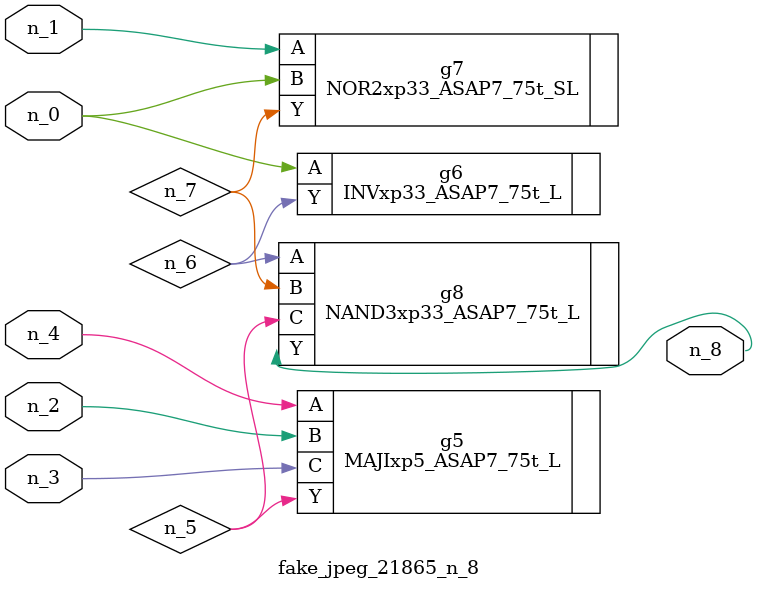
<source format=v>
module fake_jpeg_21865_n_8 (n_3, n_2, n_1, n_0, n_4, n_8);

input n_3;
input n_2;
input n_1;
input n_0;
input n_4;

output n_8;

wire n_6;
wire n_5;
wire n_7;

MAJIxp5_ASAP7_75t_L g5 ( 
.A(n_4),
.B(n_2),
.C(n_3),
.Y(n_5)
);

INVxp33_ASAP7_75t_L g6 ( 
.A(n_0),
.Y(n_6)
);

NOR2xp33_ASAP7_75t_SL g7 ( 
.A(n_1),
.B(n_0),
.Y(n_7)
);

NAND3xp33_ASAP7_75t_L g8 ( 
.A(n_6),
.B(n_7),
.C(n_5),
.Y(n_8)
);


endmodule
</source>
